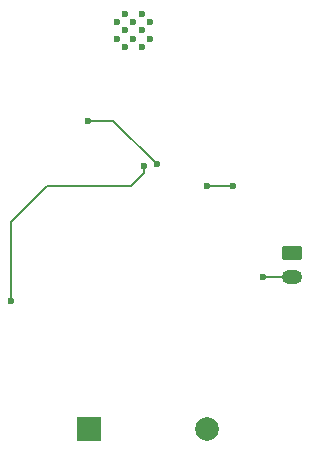
<source format=gbr>
%TF.GenerationSoftware,KiCad,Pcbnew,8.0.8-8.0.8-0~ubuntu24.04.1*%
%TF.CreationDate,2025-07-21T15:44:26-04:00*%
%TF.ProjectId,electronics,656c6563-7472-46f6-9e69-63732e6b6963,rev?*%
%TF.SameCoordinates,Original*%
%TF.FileFunction,Copper,L2,Bot*%
%TF.FilePolarity,Positive*%
%FSLAX46Y46*%
G04 Gerber Fmt 4.6, Leading zero omitted, Abs format (unit mm)*
G04 Created by KiCad (PCBNEW 8.0.8-8.0.8-0~ubuntu24.04.1) date 2025-07-21 15:44:26*
%MOMM*%
%LPD*%
G01*
G04 APERTURE LIST*
G04 Aperture macros list*
%AMRoundRect*
0 Rectangle with rounded corners*
0 $1 Rounding radius*
0 $2 $3 $4 $5 $6 $7 $8 $9 X,Y pos of 4 corners*
0 Add a 4 corners polygon primitive as box body*
4,1,4,$2,$3,$4,$5,$6,$7,$8,$9,$2,$3,0*
0 Add four circle primitives for the rounded corners*
1,1,$1+$1,$2,$3*
1,1,$1+$1,$4,$5*
1,1,$1+$1,$6,$7*
1,1,$1+$1,$8,$9*
0 Add four rect primitives between the rounded corners*
20,1,$1+$1,$2,$3,$4,$5,0*
20,1,$1+$1,$4,$5,$6,$7,0*
20,1,$1+$1,$6,$7,$8,$9,0*
20,1,$1+$1,$8,$9,$2,$3,0*%
G04 Aperture macros list end*
%TA.AperFunction,ComponentPad*%
%ADD10R,2.000000X2.000000*%
%TD*%
%TA.AperFunction,ComponentPad*%
%ADD11C,2.000000*%
%TD*%
%TA.AperFunction,ComponentPad*%
%ADD12RoundRect,0.250000X-0.625000X0.350000X-0.625000X-0.350000X0.625000X-0.350000X0.625000X0.350000X0*%
%TD*%
%TA.AperFunction,ComponentPad*%
%ADD13O,1.750000X1.200000*%
%TD*%
%TA.AperFunction,HeatsinkPad*%
%ADD14C,0.600000*%
%TD*%
%TA.AperFunction,ViaPad*%
%ADD15C,0.600000*%
%TD*%
%TA.AperFunction,Conductor*%
%ADD16C,0.200000*%
%TD*%
G04 APERTURE END LIST*
D10*
%TO.P,BZ1,1,+*%
%TO.N,/BZR*%
X146110000Y-128770000D03*
D11*
%TO.P,BZ1,2,-*%
%TO.N,GND*%
X156110000Y-128770000D03*
%TD*%
D12*
%TO.P,BT1,1,+*%
%TO.N,Net-(BT1-+)*%
X163325000Y-113825000D03*
D13*
%TO.P,BT1,2,-*%
%TO.N,GND*%
X163325000Y-115825000D03*
%TD*%
D14*
%TO.P,U1,41,GND*%
%TO.N,GND*%
X148500000Y-94275000D03*
X148500000Y-95675000D03*
X149200000Y-93575000D03*
X149200000Y-94975000D03*
X149200000Y-96375000D03*
X149900000Y-94275000D03*
X149900000Y-95675000D03*
X150600000Y-93575000D03*
X150600000Y-94975000D03*
X150600000Y-96375000D03*
X151300000Y-94275000D03*
X151300000Y-95675000D03*
%TD*%
D15*
%TO.N,GND*%
X158310000Y-108170000D03*
X156132721Y-108184049D03*
X160874514Y-115866905D03*
%TO.N,+3V3*%
X151875000Y-106325000D03*
X146075000Y-102650000D03*
%TO.N,/BZR*%
X150765000Y-106500000D03*
X139525000Y-117875000D03*
%TD*%
D16*
%TO.N,GND*%
X156132721Y-108184049D02*
X158295951Y-108184049D01*
X158295951Y-108184049D02*
X158310000Y-108170000D01*
X160950000Y-115825000D02*
X160900000Y-115875000D01*
X163325000Y-115825000D02*
X160950000Y-115825000D01*
%TO.N,+3V3*%
X148200000Y-102650000D02*
X151875000Y-106325000D01*
X146075000Y-102650000D02*
X148200000Y-102650000D01*
%TO.N,/BZR*%
X150765000Y-106500000D02*
X150765000Y-107060000D01*
X150765000Y-107060000D02*
X149650000Y-108175000D01*
X149650000Y-108175000D02*
X142550000Y-108175000D01*
X142550000Y-108175000D02*
X139525000Y-111200000D01*
X139525000Y-111200000D02*
X139525000Y-117875000D01*
%TD*%
M02*

</source>
